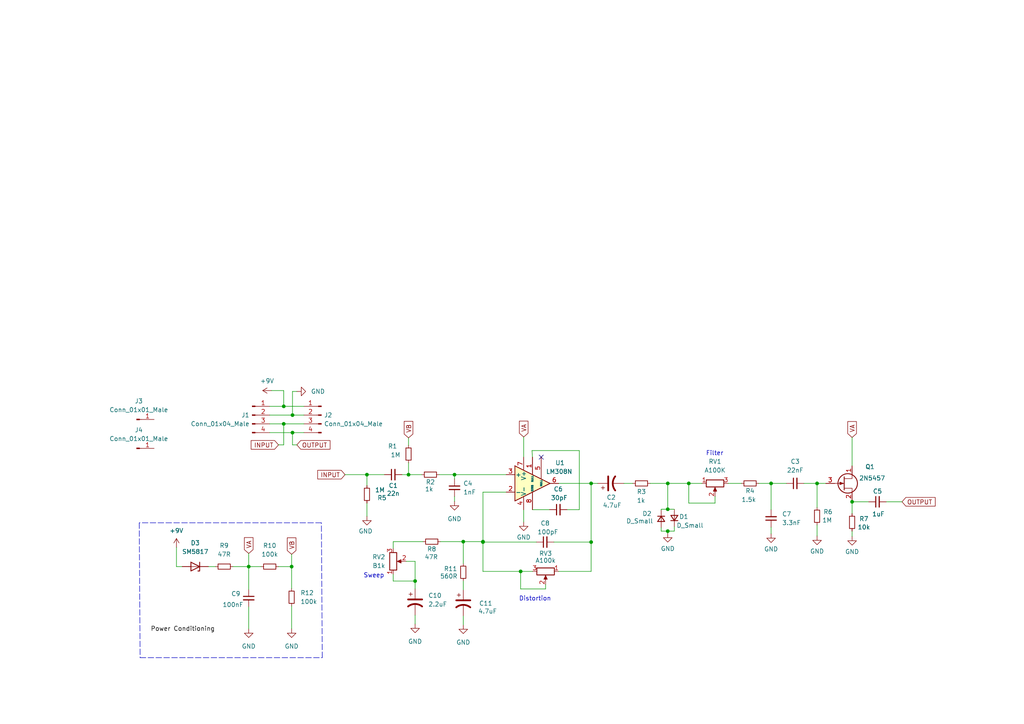
<source format=kicad_sch>
(kicad_sch (version 20211123) (generator eeschema)
  (paper "A4")
  (title_block (title "Ratt") (rev "v0.1") (company "Song Naga"))
  (lib_symbols
    (symbol "Amplifier_Operational:CA3130" (pin_names (offset 0.127))
      (property "Reference" "U" (at 6.35 5.08 0))
      (property "Value" "CA3130" (at 6.35 2.54 0))
      (symbol "CA3130_0_1"
        (polyline (pts (xy -5.08 5.08) (xy 5.08 0) (xy -5.08 -5.08) (xy -5.08 5.08)) (stroke (width 0.254)) (fill (type background)))
      )
      (symbol "CA3130_1_1"
        (pin passive line (at 0 7.62 270) (length 5.08) (name "NULL") (number "1"))
        (pin input line (at -7.62 -2.54 0) (length 2.54) (name "-") (number "2"))
        (pin input line (at -7.62 2.54 0) (length 2.54) (name "+") (number "3"))
        (pin power_in line (at -2.54 -7.62 90) (length 3.81) (name "V-") (number "4"))
        (pin passive line (at 2.54 7.62 270) (length 6.35) (name "NULL") (number "5"))
        (pin output line (at 7.62 0 180) (length 2.54) (name "~") (number "6"))
        (pin power_in line (at -2.54 7.62 270) (length 3.81) (name "V+") (number "7"))
        (pin passive line (at 0 -7.62 90) (length 5.08) (name "STRB") (number "8"))
      )
    )
    (symbol "Connector:Conn_01x01_Male" (pin_names (offset 1.016) hide)
      (property "Reference" "J" (at 0 2.54 0))
      (property "Value" "Conn_01x01_Male" (at 0 -2.54 0))
      (symbol "Conn_01x01_Male_1_1"
        (polyline (pts (xy 1.27 0) (xy 0.8636 0)) (stroke (width 0.1524)))
        (rectangle (start 0.8636 0.127) (end 0 -0.127) (stroke (width 0.1524)) (fill (type outline)))
        (pin passive line (at 5.08 0 180) (length 3.81) (name "Pin_1") (number "1"))
      )
    )
    (symbol "Connector:Conn_01x04_Male" (pin_names (offset 1.016) hide)
      (property "Reference" "J" (at 0 5.08 0))
      (property "Value" "Conn_01x04_Male" (at 0 -7.62 0))
      (symbol "Conn_01x04_Male_1_1"
        (polyline (pts (xy 1.27 -5.08) (xy 0.8636 -5.08)) (stroke (width 0.1524)))
        (polyline (pts (xy 1.27 -2.54) (xy 0.8636 -2.54)) (stroke (width 0.1524)))
        (polyline (pts (xy 1.27 0) (xy 0.8636 0)) (stroke (width 0.1524)))
        (polyline (pts (xy 1.27 2.54) (xy 0.8636 2.54)) (stroke (width 0.1524)))
        (rectangle (start 0.8636 -4.953) (end 0 -5.207) (stroke (width 0.1524)) (fill (type outline)))
        (rectangle (start 0.8636 -2.413) (end 0 -2.667) (stroke (width 0.1524)) (fill (type outline)))
        (rectangle (start 0.8636 0.127) (end 0 -0.127) (stroke (width 0.1524)) (fill (type outline)))
        (rectangle (start 0.8636 2.667) (end 0 2.413) (stroke (width 0.1524)) (fill (type outline)))
        (pin passive line (at 5.08 2.54 180) (length 3.81) (name "Pin_1") (number "1"))
        (pin passive line (at 5.08 0 180) (length 3.81) (name "Pin_2") (number "2"))
        (pin passive line (at 5.08 -2.54 180) (length 3.81) (name "Pin_3") (number "3"))
        (pin passive line (at 5.08 -5.08 180) (length 3.81) (name "Pin_4") (number "4"))
      )
    )
    (symbol "Device:C_Polarized_US" (pin_numbers hide) (pin_names (offset 0.254) hide)
      (property "Reference" "C" (at 0.635 2.54 0))
      (property "Value" "C_Polarized_US" (at 0.635 -2.54 0))
      (symbol "C_Polarized_US_0_1"
        (polyline (pts (xy -2.032 0.762) (xy 2.032 0.762)) (stroke (width 0.508)))
        (polyline (pts (xy -1.778 2.286) (xy -0.762 2.286)))
        (polyline (pts (xy -1.27 1.778) (xy -1.27 2.794)))
        (arc (start 2.032 -1.27) (mid 0 -0.5572) (end -2.032 -1.27) (stroke (width 0.508)))
      )
      (symbol "C_Polarized_US_1_1"
        (pin passive line (at 0 3.81 270) (length 2.794) (name "~") (number "1"))
        (pin passive line (at 0 -3.81 90) (length 3.302) (name "~") (number "2"))
      )
    )
    (symbol "Device:C_Small" (pin_numbers hide) (pin_names (offset 0.254) hide)
      (property "Reference" "C" (at 0.254 1.778 0))
      (property "Value" "C_Small" (at 0.254 -2.032 0))
      (symbol "C_Small_0_1"
        (polyline (pts (xy -1.524 -0.508) (xy 1.524 -0.508)) (stroke (width 0.3302)))
        (polyline (pts (xy -1.524 0.508) (xy 1.524 0.508)) (stroke (width 0.3048)))
      )
      (symbol "C_Small_1_1"
        (pin passive line (at 0 2.54 270) (length 2.032) (name "~") (number "1"))
        (pin passive line (at 0 -2.54 90) (length 2.032) (name "~") (number "2"))
      )
    )
    (symbol "Device:D_Small" (pin_numbers hide) (pin_names (offset 0.254) hide)
      (property "Reference" "D" (at -1.27 2.032 0))
      (property "Value" "D_Small" (at -3.81 -2.032 0))
      (symbol "D_Small_0_1"
        (polyline (pts (xy -0.762 -1.016) (xy -0.762 1.016)) (stroke (width 0.254)))
        (polyline (pts (xy -0.762 0) (xy 0.762 0)))
        (polyline (pts (xy 0.762 -1.016) (xy -0.762 0) (xy 0.762 1.016) (xy 0.762 -1.016)) (stroke (width 0.254)))
      )
      (symbol "D_Small_1_1"
        (pin passive line (at -2.54 0 0) (length 1.778) (name "K") (number "1"))
        (pin passive line (at 2.54 0 180) (length 1.778) (name "A") (number "2"))
      )
    )
    (symbol "Device:D_Zener" (pin_numbers hide) (pin_names (offset 1.016) hide)
      (property "Reference" "D" (at 0 2.54 0))
      (property "Value" "D_Zener" (at 0 -2.54 0))
      (symbol "D_Zener_0_1"
        (polyline (pts (xy 1.27 0) (xy -1.27 0)))
        (polyline (pts (xy -1.27 -1.27) (xy -1.27 1.27) (xy -0.762 1.27)) (stroke (width 0.254)))
        (polyline (pts (xy 1.27 -1.27) (xy 1.27 1.27) (xy -1.27 0) (xy 1.27 -1.27)) (stroke (width 0.254)))
      )
      (symbol "D_Zener_1_1"
        (pin passive line (at -3.81 0 0) (length 2.54) (name "K") (number "1"))
        (pin passive line (at 3.81 0 180) (length 2.54) (name "A") (number "2"))
      )
    )
    (symbol "Device:R_Potentiometer" (pin_names (offset 1.016) hide)
      (property "Reference" "RV" (at -4.445 0 90))
      (property "Value" "R_Potentiometer" (at -2.54 0 90))
      (symbol "R_Potentiometer_0_1"
        (polyline (pts (xy 2.54 0) (xy 1.524 0)))
        (polyline (pts (xy 1.143 0) (xy 2.286 0.508) (xy 2.286 -0.508) (xy 1.143 0)) (fill (type outline)))
        (rectangle (start 1.016 2.54) (end -1.016 -2.54) (stroke (width 0.254)))
      )
      (symbol "R_Potentiometer_1_1"
        (pin passive line (at 0 3.81 270) (length 1.27) (name "1") (number "1"))
        (pin passive line (at 3.81 0 180) (length 1.27) (name "2") (number "2"))
        (pin passive line (at 0 -3.81 90) (length 1.27) (name "3") (number "3"))
      )
    )
    (symbol "Device:R_Small" (pin_numbers hide) (pin_names (offset 0.254) hide)
      (property "Reference" "R" (at 0.762 0.508 0))
      (property "Value" "R_Small" (at 0.762 -1.016 0))
      (symbol "R_Small_0_1"
        (rectangle (start -0.762 1.778) (end 0.762 -1.778) (stroke (width 0.2032)))
      )
      (symbol "R_Small_1_1"
        (pin passive line (at 0 2.54 270) (length 0.762) (name "~") (number "1"))
        (pin passive line (at 0 -2.54 90) (length 0.762) (name "~") (number "2"))
      )
    )
    (symbol "Transistor_FET:MMBFJ112" (pin_names hide)
      (property "Reference" "Q" (at 5.08 1.905 0))
      (property "Value" "MMBFJ112" (at 5.08 0 0))
      (symbol "MMBFJ112_0_1"
        (polyline (pts (xy 0.254 0) (xy -2.54 0)))
        (polyline (pts (xy 0.254 1.905) (xy 0.254 -1.905)) (stroke (width 0.254)))
        (polyline (pts (xy 2.54 -2.54) (xy 2.54 -1.397) (xy 0.254 -1.397)))
        (polyline (pts (xy 2.54 2.54) (xy 2.54 1.397) (xy 0.254 1.397)))
        (polyline (pts (xy 0 0) (xy -1.016 0.381) (xy -1.016 -0.381) (xy 0 0)) (fill (type outline)))
        (circle (center 1.27 0) (radius 2.8194) (stroke (width 0.254)))
      )
      (symbol "MMBFJ112_1_1"
        (pin passive line (at 2.54 5.08 270) (length 2.54) (name "D") (number "1"))
        (pin passive line (at 2.54 -5.08 90) (length 2.54) (name "S") (number "2"))
        (pin input line (at -5.08 0 0) (length 2.54) (name "G") (number "3"))
      )
    )
    (symbol "power:+9V" (power) (pin_names (offset 0))
      (property "Value" "+9V" (at 0 3.556 0))
      (symbol "+9V_0_1"
        (polyline (pts (xy -0.762 1.27) (xy 0 2.54)))
        (polyline (pts (xy 0 0) (xy 0 2.54)))
        (polyline (pts (xy 0 2.54) (xy 0.762 1.27)))
      )
      (symbol "+9V_1_1"
        (pin power_in line (at 0 0 90) (length 0) hide (name "+9V") (number "1"))
      )
    )
    (symbol "power:GND" (power) (pin_names (offset 0))
      (property "Value" "GND" (at 0 -3.81 0))
      (symbol "GND_0_1"
        (polyline (pts (xy 0 0) (xy 0 -1.27) (xy 1.27 -1.27) (xy 0 -2.54) (xy -1.27 -1.27) (xy 0 -1.27)))
      )
      (symbol "GND_1_1"
        (pin power_in line (at 0 0 270) (length 0) hide (name "GND") (number "1"))
      )
    )
  )
  (junction (at 223.647 140.208))
  (junction (at 106.426 137.668))
  (junction (at 151.003 165.735))
  (junction (at 82.296 122.936))
  (junction (at 236.982 140.208))
  (junction (at 199.771 140.208))
  (junction (at 84.836 125.476))
  (junction (at 171.45 140.208))
  (junction (at 140.081 157.226))
  (junction (at 193.675 154.051))
  (junction (at 247.142 145.542))
  (junction (at 84.582 164.338))
  (junction (at 134.366 157.099))
  (junction (at 72.136 164.338))
  (junction (at 171.45 157.226))
  (junction (at 82.296 117.856))
  (junction (at 118.491 137.668))
  (junction (at 140.081 157.099))
  (junction (at 120.396 168.529))
  (junction (at 84.836 120.396))
  (junction (at 131.826 137.668))
  (junction (at 193.675 140.208))
  (junction (at 193.675 147.701))
  (no_connect (at 156.972 132.588))
  (wire (pts (xy 72.136 160.528) (xy 72.136 164.338)))
  (wire (pts (xy 195.58 154.051) (xy 193.675 154.051)))
  (wire (pts (xy 84.582 175.768) (xy 84.582 182.372)))
  (wire (pts (xy 82.296 129.032) (xy 82.296 122.936)))
  (wire (pts (xy 78.232 120.396) (xy 84.836 120.396)))
  (wire (pts (xy 134.366 157.099) (xy 140.081 157.099)))
  (wire (pts (xy 134.366 178.689) (xy 134.366 181.229)))
  (wire (pts (xy 193.675 140.208) (xy 193.675 147.701)))
  (wire (pts (xy 84.836 113.538) (xy 84.836 120.396)))
  (wire (pts (xy 193.675 140.208) (xy 199.771 140.208)))
  (wire (pts (xy 120.396 162.814) (xy 120.396 168.529)))
  (wire (pts (xy 154.432 147.828) (xy 159.385 147.828)))
  (wire (pts (xy 80.772 129.032) (xy 82.296 129.032)))
  (wire (pts (xy 233.172 140.208) (xy 236.982 140.208)))
  (wire (pts (xy 154.305 130.683) (xy 154.432 132.588)))
  (wire (pts (xy 146.812 142.748) (xy 140.081 142.748)))
  (wire (pts (xy 114.046 168.529) (xy 120.396 168.529)))
  (wire (pts (xy 114.046 157.099) (xy 114.046 159.004)))
  (wire (pts (xy 82.296 113.284) (xy 82.296 117.856)))
  (wire (pts (xy 207.391 144.018) (xy 207.391 145.923)))
  (wire (pts (xy 191.77 147.701) (xy 193.675 147.701)))
  (wire (pts (xy 117.856 162.814) (xy 120.396 162.814)))
  (wire (pts (xy 199.771 145.923) (xy 199.771 140.208)))
  (wire (pts (xy 247.142 145.542) (xy 251.968 145.542)))
  (wire (pts (xy 140.081 165.735) (xy 151.003 165.735)))
  (wire (pts (xy 78.74 113.284) (xy 82.296 113.284)))
  (wire (pts (xy 84.836 129.032) (xy 84.836 125.476)))
  (wire (pts (xy 193.675 147.701) (xy 195.58 147.701)))
  (wire (pts (xy 211.201 140.208) (xy 215.011 140.208)))
  (wire (pts (xy 247.142 145.288) (xy 247.142 145.542)))
  (wire (pts (xy 131.826 137.668) (xy 146.812 137.668)))
  (wire (pts (xy 223.647 152.908) (xy 223.647 154.813)))
  (wire (pts (xy 82.296 117.856) (xy 88.138 117.856)))
  (wire (pts (xy 67.564 164.338) (xy 72.136 164.338)))
  (wire (pts (xy 118.491 127) (xy 118.491 129.159)))
  (wire (pts (xy 60.452 164.338) (xy 62.484 164.338)))
  (wire (pts (xy 171.45 140.208) (xy 171.45 157.226)))
  (wire (pts (xy 84.582 160.782) (xy 84.582 164.338)))
  (wire (pts (xy 140.081 157.099) (xy 140.081 157.226)))
  (wire (pts (xy 122.682 157.099) (xy 114.046 157.099)))
  (wire (pts (xy 220.091 140.208) (xy 223.647 140.208)))
  (wire (pts (xy 191.77 153.035) (xy 191.77 154.051)))
  (wire (pts (xy 195.58 152.781) (xy 195.58 154.051)))
  (wire (pts (xy 51.181 158.75) (xy 51.181 164.338)))
  (wire (pts (xy 191.77 147.701) (xy 191.77 147.955)))
  (wire (pts (xy 168.021 147.828) (xy 164.465 147.828)))
  (wire (pts (xy 223.647 140.208) (xy 223.647 147.828)))
  (wire (pts (xy 116.586 137.668) (xy 118.491 137.668)))
  (wire (pts (xy 114.046 166.624) (xy 114.046 168.529)))
  (wire (pts (xy 118.491 134.239) (xy 118.491 137.668)))
  (wire (pts (xy 84.836 120.396) (xy 88.138 120.396)))
  (wire (pts (xy 140.081 142.748) (xy 140.081 157.099)))
  (wire (pts (xy 72.136 176.022) (xy 72.136 182.372)))
  (wire (pts (xy 171.45 157.226) (xy 171.45 165.735)))
  (wire (pts (xy 120.396 178.435) (xy 120.396 180.975)))
  (wire (pts (xy 193.675 154.051) (xy 193.675 154.686)))
  (wire (pts (xy 106.426 149.733) (xy 106.426 145.923)))
  (wire (pts (xy 223.647 140.208) (xy 228.092 140.208)))
  (wire (pts (xy 193.675 154.051) (xy 191.77 154.051)))
  (wire (pts (xy 82.296 122.936) (xy 88.138 122.936)))
  (wire (pts (xy 134.366 168.529) (xy 134.366 171.069)))
  (wire (pts (xy 162.052 165.735) (xy 171.45 165.735)))
  (wire (pts (xy 151.003 170.815) (xy 158.242 170.815)))
  (wire (pts (xy 207.391 145.923) (xy 199.771 145.923)))
  (wire (pts (xy 127.381 137.668) (xy 131.826 137.668)))
  (wire (pts (xy 236.982 140.208) (xy 239.522 140.208)))
  (wire (pts (xy 84.836 125.476) (xy 88.138 125.476)))
  (polyline (pts (xy 40.64 190.754) (xy 93.472 190.754)))
  (wire (pts (xy 100.076 137.668) (xy 106.426 137.668)))
  (wire (pts (xy 257.048 145.542) (xy 261.62 145.542)))
  (wire (pts (xy 236.982 147.193) (xy 236.982 140.208)))
  (wire (pts (xy 86.106 129.032) (xy 84.836 129.032)))
  (wire (pts (xy 151.003 165.735) (xy 154.432 165.735)))
  (wire (pts (xy 168.021 147.828) (xy 168.021 130.683)))
  (wire (pts (xy 78.232 117.856) (xy 82.296 117.856)))
  (wire (pts (xy 106.426 140.843) (xy 106.426 137.668)))
  (wire (pts (xy 140.081 157.226) (xy 140.081 165.735)))
  (wire (pts (xy 247.142 126.873) (xy 247.142 135.128)))
  (wire (pts (xy 151.892 147.828) (xy 151.892 151.384)))
  (wire (pts (xy 151.003 165.735) (xy 151.003 170.815)))
  (wire (pts (xy 80.772 164.338) (xy 84.582 164.338)))
  (wire (pts (xy 199.771 140.208) (xy 203.581 140.208)))
  (wire (pts (xy 86.106 113.538) (xy 84.836 113.538)))
  (wire (pts (xy 106.426 137.668) (xy 111.506 137.668)))
  (wire (pts (xy 131.826 144.018) (xy 131.826 145.415)))
  (wire (pts (xy 120.396 170.815) (xy 120.396 168.529)))
  (wire (pts (xy 78.232 125.476) (xy 84.836 125.476)))
  (wire (pts (xy 236.982 152.273) (xy 236.982 155.448)))
  (wire (pts (xy 72.136 164.338) (xy 72.136 170.942)))
  (wire (pts (xy 51.181 164.338) (xy 52.832 164.338)))
  (wire (pts (xy 84.582 164.338) (xy 84.582 170.688)))
  (wire (pts (xy 171.45 140.208) (xy 173.355 140.208)))
  (polyline (pts (xy 93.472 190.754) (xy 93.218 151.638)))
  (wire (pts (xy 162.052 140.208) (xy 171.45 140.208)))
  (wire (pts (xy 151.892 126.746) (xy 151.892 132.588)))
  (wire (pts (xy 118.491 137.668) (xy 122.301 137.668)))
  (wire (pts (xy 72.136 164.338) (xy 75.692 164.338)))
  (wire (pts (xy 134.366 157.099) (xy 134.366 163.449)))
  (polyline (pts (xy 40.386 151.638) (xy 40.64 190.754)))
  (polyline (pts (xy 93.218 151.638) (xy 40.386 151.638)))
  (wire (pts (xy 180.975 140.208) (xy 183.515 140.208)))
  (wire (pts (xy 78.232 122.936) (xy 82.296 122.936)))
  (wire (pts (xy 247.142 145.542) (xy 247.142 148.971)))
  (wire (pts (xy 131.826 137.668) (xy 131.826 138.938)))
  (wire (pts (xy 155.575 157.226) (xy 140.081 157.226)))
  (wire (pts (xy 127.762 157.099) (xy 134.366 157.099)))
  (wire (pts (xy 188.595 140.208) (xy 193.675 140.208)))
  (wire (pts (xy 247.142 154.051) (xy 247.142 155.575)))
  (wire (pts (xy 160.655 157.226) (xy 171.45 157.226)))
  (wire (pts (xy 168.021 130.683) (xy 154.305 130.683)))
  (wire (pts (xy 158.242 170.815) (xy 158.242 169.545)))
  (text "Distortion" (at 150.495 174.498 0) (effects (font (size 1.27 1.27)) (justify left bottom)))
  (text "Sweep" (at 105.41 167.767 0) (effects (font (size 1.27 1.27)) (justify left bottom)))
  (text "Filter" (at 204.724 132.334 0) (effects (font (size 1.27 1.27)) (justify left bottom)))
  (label "Power Conditioning" (at 43.688 183.388 0))
  (global_label "OUTPUT" (shape input) (at 261.62 145.542 0) (property "Intersheet References" "${INTERSHEET_REFS}" (effects hide)))
  (global_label "VA" (shape input) (at 72.136 160.528 90) (property "Intersheet References" "${INTERSHEET_REFS}" (effects hide)))
  (global_label "INPUT" (shape input) (at 80.772 129.032 180) (property "Intersheet References" "${INTERSHEET_REFS}" (effects hide)))
  (global_label "VA" (shape input) (at 151.892 126.746 90) (property "Intersheet References" "${INTERSHEET_REFS}" (effects hide)))
  (global_label "VB" (shape input) (at 84.582 160.782 90) (property "Intersheet References" "${INTERSHEET_REFS}" (effects hide)))
  (global_label "VA" (shape input) (at 247.142 126.873 90) (property "Intersheet References" "${INTERSHEET_REFS}" (effects hide)))
  (global_label "OUTPUT" (shape input) (at 86.106 129.032 0) (property "Intersheet References" "${INTERSHEET_REFS}" (effects hide)))
  (global_label "INPUT" (shape input) (at 100.076 137.668 180) (property "Intersheet References" "${INTERSHEET_REFS}" (effects hide)))
  (global_label "VB" (shape input) (at 118.491 127 90) (property "Intersheet References" "${INTERSHEET_REFS}" (effects hide)))
  (symbol (lib_id "Device:R_Small") (at 78.232 164.338 90) (unit 1)
    (property "Reference" "R10" (at 78.232 158.242 90))
    (property "Value" "100k" (at 78.232 160.782 90))
    (property "Footprint" "Resistor_SMD:R_0805_2012Metric" (effects hide))
  )
  (symbol (lib_id "Device:R_Small") (at 134.366 165.989 180) (unit 1)
    (property "Reference" "R11" (at 130.683 164.973 0))
    (property "Value" "560R" (at 130.175 167.132 0))
    (property "Footprint" "Resistor_SMD:R_0805_2012Metric" (effects hide))
  )
  (symbol (lib_id "power:GND") (at 193.675 154.686 0) (unit 1)
    (property "Reference" "#PWR06" (effects hide))
    (property "Value" "GND" (at 193.675 159.131 0))
  )
  (symbol (lib_id "Device:R_Small") (at 118.491 131.699 0) (unit 1)
    (property "Reference" "R1" (at 112.522 129.4129 0) (effects (justify left)))
    (property "Value" "1M" (at 113.284 131.9529 0) (effects (justify left)))
    (property "Footprint" "Resistor_SMD:R_0805_2012Metric" (effects hide))
  )
  (symbol (lib_id "Connector:Conn_01x04_Male") (at 73.152 120.396 0) (unit 1)
    (property "Reference" "J1" (at 72.39 120.3959 0) (effects (justify right)))
    (property "Value" "Conn_01x04_Male" (at 72.39 122.9359 0) (effects (justify right)))
    (property "Footprint" "Connector_PinHeader_2.54mm:PinHeader_1x04_P2.54mm_Vertical" (effects hide))
  )
  (symbol (lib_id "Amplifier_Operational:CA3130") (at 154.432 140.208 0) (unit 1)
    (property "Reference" "U1" (at 162.433 134.239 0))
    (property "Value" "LM308N" (at 162.179 136.779 0))
    (property "Footprint" "Package_SO:SOIC-8_3.9x4.9mm_P1.27mm" (effects hide))
    (property "Datasheet" "http://www.intersil.com/content/dam/intersil/documents/ca31/ca3130-a.pdf" (effects hide))
  )
  (symbol (lib_id "Device:D_Small") (at 195.58 150.241 90) (unit 1)
    (property "Reference" "D1" (at 196.977 149.8599 90) (effects (justify right)))
    (property "Value" "D_Small" (at 196.215 152.3999 90) (effects (justify right)))
    (property "Footprint" "Diode_SMD:D_MiniMELF" (effects hide))
  )
  (symbol (lib_id "Device:C_Small") (at 131.826 141.478 0) (unit 1)
    (property "Reference" "C4" (at 134.366 140.2142 0) (effects (justify left)))
    (property "Value" "1nF" (at 134.366 142.7542 0) (effects (justify left)))
    (property "Footprint" "Capacitor_SMD:C_0805_2012Metric" (effects hide))
  )
  (symbol (lib_id "power:GND") (at 236.982 155.448 0) (unit 1)
    (property "Reference" "#PWR08" (effects hide))
    (property "Value" "GND" (at 236.982 159.893 0))
  )
  (symbol (lib_id "power:GND") (at 247.142 155.575 0) (unit 1)
    (property "Reference" "#PWR09" (effects hide))
    (property "Value" "GND" (at 247.142 160.02 0))
  )
  (symbol (lib_id "Device:C_Small") (at 254.508 145.542 90) (unit 1)
    (property "Reference" "C5" (at 254.5143 142.494 90))
    (property "Value" "1uF" (at 254.7683 149.098 90))
    (property "Footprint" "Capacitor_SMD:C_0805_2012Metric" (effects hide))
  )
  (symbol (lib_id "Device:R_Potentiometer") (at 158.242 165.735 270) (unit 1)
    (property "Reference" "RV3" (at 158.242 160.528 90))
    (property "Value" "A100k" (at 158.242 162.56 90))
    (property "Footprint" "Potentiometer_THT:Potentiometer_Alpha_RD901F-40-00D_Single_Vertical" (effects hide))
  )
  (symbol (lib_id "power:GND") (at 151.892 151.384 0) (unit 1)
    (property "Reference" "#PWR05" (effects hide))
    (property "Value" "GND" (at 151.892 155.829 0))
  )
  (symbol (lib_id "Device:C_Polarized_US") (at 120.396 174.625 0) (unit 1)
    (property "Reference" "C10" (at 124.206 172.7199 0) (effects (justify left)))
    (property "Value" "2.2uF" (at 124.206 175.2599 0) (effects (justify left)))
    (property "Footprint" "Capacitor_SMD:C_0805_2012Metric" (effects hide))
  )
  (symbol (lib_id "Device:R_Small") (at 247.142 151.511 180) (unit 1)
    (property "Reference" "R7" (at 250.571 150.495 0))
    (property "Value" "10k" (at 250.571 152.908 0))
    (property "Footprint" "Resistor_SMD:R_0805_2012Metric" (effects hide))
  )
  (symbol (lib_id "Device:C_Small") (at 72.136 173.482 0) (unit 1)
    (property "Reference" "C9" (at 67.056 172.2182 0) (effects (justify left)))
    (property "Value" "100nF" (at 64.516 175.3932 0) (effects (justify left)))
    (property "Footprint" "Capacitor_SMD:C_0805_2012Metric" (effects hide))
  )
  (symbol (lib_id "Device:D_Small") (at 191.77 150.495 270) (unit 1)
    (property "Reference" "D2" (at 186.309 148.9709 90) (effects (justify left)))
    (property "Value" "D_Small" (at 181.61 151.1299 90) (effects (justify left)))
    (property "Footprint" "Diode_SMD:D_MiniMELF" (effects hide))
  )
  (symbol (lib_id "Device:C_Small") (at 161.925 147.828 90) (unit 1)
    (property "Reference" "C6" (at 161.9313 141.859 90))
    (property "Value" "30pF" (at 162.1853 144.399 90))
    (property "Footprint" "Capacitor_SMD:C_0805_2012Metric" (effects hide))
  )
  (symbol (lib_id "power:+9V") (at 51.181 158.75 0) (unit 1)
    (property "Reference" "#PWR010" (effects hide))
    (property "Value" "+9V" (at 51.181 153.924 0))
  )
  (symbol (lib_id "power:GND") (at 223.647 154.813 0) (unit 1)
    (property "Reference" "#PWR07" (effects hide))
    (property "Value" "GND" (at 223.647 159.258 0))
  )
  (symbol (lib_id "power:GND") (at 106.426 149.733 0) (unit 1)
    (property "Reference" "#PWR04" (effects hide))
    (property "Value" "GND" (at 108.077 154.0511 0) (effects (justify right)))
  )
  (symbol (lib_id "Device:R_Small") (at 125.222 157.099 90) (unit 1)
    (property "Reference" "R8" (at 125.222 159.258 90))
    (property "Value" "47R" (at 125.095 161.544 90))
    (property "Footprint" "Resistor_SMD:R_0805_2012Metric" (effects hide))
  )
  (symbol (lib_id "power:GND") (at 134.366 181.229 0) (unit 1)
    (property "Reference" "#PWR012" (effects hide))
    (property "Value" "GND" (at 134.366 186.309 0))
  )
  (symbol (lib_id "Device:C_Small") (at 223.647 150.368 180) (unit 1)
    (property "Reference" "C7" (at 226.822 149.0915 0) (effects (justify right)))
    (property "Value" "3.3nF" (at 226.822 151.6315 0) (effects (justify right)))
    (property "Footprint" "Capacitor_SMD:C_0805_2012Metric" (effects hide))
  )
  (symbol (lib_id "power:GND") (at 72.136 182.372 0) (unit 1)
    (property "Reference" "#PWR013" (effects hide))
    (property "Value" "GND" (at 72.136 187.452 0))
  )
  (symbol (lib_id "Device:R_Small") (at 106.426 143.383 180) (unit 1)
    (property "Reference" "R5" (at 112.141 144.3991 0) (effects (justify left)))
    (property "Value" "1M" (at 111.633 142.1131 0) (effects (justify left)))
    (property "Footprint" "Resistor_SMD:R_0805_2012Metric" (effects hide))
  )
  (symbol (lib_id "Device:C_Polarized_US") (at 177.165 140.208 90) (unit 1)
    (property "Reference" "C2" (at 177.292 144.272 90))
    (property "Value" "4.7uF" (at 177.546 146.558 90))
    (property "Footprint" "Capacitor_SMD:C_0805_2012Metric" (effects hide))
  )
  (symbol (lib_id "power:GND") (at 84.582 182.372 0) (unit 1)
    (property "Reference" "#PWR014" (effects hide))
    (property "Value" "GND" (at 84.582 187.452 0))
  )
  (symbol (lib_id "Device:C_Small") (at 114.046 137.668 90) (unit 1)
    (property "Reference" "C1" (at 114.0523 140.843 90))
    (property "Value" "22n" (at 114.0523 143.129 90))
    (property "Footprint" "Capacitor_SMD:C_0805_2012Metric" (effects hide))
  )
  (symbol (lib_id "power:GND") (at 120.396 180.975 0) (unit 1)
    (property "Reference" "#PWR011" (effects hide))
    (property "Value" "GND" (at 120.396 186.055 0))
  )
  (symbol (lib_id "Device:R_Potentiometer") (at 207.391 140.208 90) (mirror x) (unit 1)
    (property "Reference" "RV1" (at 207.391 133.858 90))
    (property "Value" "A100K" (at 207.391 136.398 90))
    (property "Footprint" "Potentiometer_THT:Potentiometer_Alpha_RD901F-40-00D_Single_Vertical" (effects hide))
  )
  (symbol (lib_id "Device:R_Small") (at 186.055 140.208 90) (unit 1)
    (property "Reference" "R3" (at 186.055 142.621 90))
    (property "Value" "1k" (at 185.928 145.161 90))
    (property "Footprint" "Resistor_SMD:R_0805_2012Metric" (effects hide))
  )
  (symbol (lib_id "Device:C_Small") (at 230.632 140.208 90) (unit 1)
    (property "Reference" "C3" (at 230.6383 133.858 90))
    (property "Value" "22nF" (at 230.6383 136.398 90))
    (property "Footprint" "Capacitor_SMD:C_0805_2012Metric" (effects hide))
  )
  (symbol (lib_id "Device:R_Small") (at 124.841 137.668 90) (unit 1)
    (property "Reference" "R2" (at 124.841 139.827 90))
    (property "Value" "1k" (at 124.46 141.859 90))
    (property "Footprint" "Resistor_SMD:R_0805_2012Metric" (effects hide))
  )
  (symbol (lib_id "power:+9V") (at 78.74 113.284 90) (unit 1)
    (property "Reference" "#PWR01" (effects hide))
    (property "Value" "+9V" (at 77.47 110.49 90))
  )
  (symbol (lib_id "Connector:Conn_01x01_Male") (at 39.624 130.048 0) (unit 1)
    (property "Reference" "J4" (at 40.259 124.714 0))
    (property "Value" "Conn_01x01_Male" (at 40.259 127.254 0))
    (property "Footprint" "Connector_PinSocket_2.54mm:PinSocket_1x01_P2.54mm_Vertical" (effects hide))
  )
  (symbol (lib_id "power:GND") (at 131.826 145.415 0) (unit 1)
    (property "Reference" "#PWR03" (effects hide))
    (property "Value" "GND" (at 131.826 150.495 0))
  )
  (symbol (lib_id "Device:R_Small") (at 236.982 149.733 180) (unit 1)
    (property "Reference" "R6" (at 240.157 148.463 0))
    (property "Value" "1M" (at 239.903 150.876 0))
    (property "Footprint" "Resistor_SMD:R_0805_2012Metric" (effects hide))
  )
  (symbol (lib_id "Device:R_Small") (at 65.024 164.338 90) (unit 1)
    (property "Reference" "R9" (at 65.024 158.242 90))
    (property "Value" "47R" (at 65.024 160.782 90))
    (property "Footprint" "Resistor_SMD:R_0805_2012Metric" (effects hide))
  )
  (symbol (lib_id "Device:R_Potentiometer") (at 114.046 162.814 0) (mirror x) (unit 1)
    (property "Reference" "RV2" (at 111.76 161.5439 0) (effects (justify right)))
    (property "Value" "B1k" (at 111.76 164.0839 0) (effects (justify right)))
    (property "Footprint" "Potentiometer_THT:Potentiometer_Alpha_RD901F-40-00D_Single_Vertical" (effects hide))
  )
  (symbol (lib_id "Device:R_Small") (at 84.582 173.228 180) (unit 1)
    (property "Reference" "R12" (at 87.122 171.9579 0) (effects (justify right)))
    (property "Value" "100k" (at 87.122 174.4979 0) (effects (justify right)))
    (property "Footprint" "Resistor_SMD:R_0805_2012Metric" (effects hide))
  )
  (symbol (lib_id "Device:C_Small") (at 158.115 157.226 90) (unit 1)
    (property "Reference" "C8" (at 158.1213 151.765 90))
    (property "Value" "100pF" (at 158.8833 154.305 90))
    (property "Footprint" "Capacitor_SMD:C_0805_2012Metric" (effects hide))
  )
  (symbol (lib_id "Connector:Conn_01x04_Male") (at 93.218 120.396 0) (mirror y) (unit 1)
    (property "Reference" "J2" (at 93.98 120.3959 0) (effects (justify right)))
    (property "Value" "Conn_01x04_Male" (at 93.98 122.9359 0) (effects (justify right)))
    (property "Footprint" "Connector_PinHeader_2.54mm:PinHeader_1x04_P2.54mm_Vertical" (effects hide))
  )
  (symbol (lib_id "power:GND") (at 86.106 113.538 90) (unit 1)
    (property "Reference" "#PWR02" (effects hide))
    (property "Value" "GND" (at 90.17 113.5379 90) (effects (justify right)))
  )
  (symbol (lib_id "Device:R_Small") (at 217.551 140.208 90) (unit 1)
    (property "Reference" "R4" (at 217.551 142.367 90))
    (property "Value" "1.5k" (at 217.17 144.907 90))
    (property "Footprint" "Resistor_SMD:R_0805_2012Metric" (effects hide))
  )
  (symbol (lib_id "Device:D_Zener") (at 56.642 164.338 180) (unit 1)
    (property "Reference" "D3" (at 56.642 157.48 0))
    (property "Value" "SM5817" (at 56.642 160.02 0))
    (property "Footprint" "Diode_SMD:D_SOD-123F" (effects hide))
  )
  (symbol (lib_id "Transistor_FET:MMBFJ112") (at 244.602 140.208 0) (unit 1)
    (property "Reference" "Q1" (at 250.952 135.3819 0) (effects (justify left)))
    (property "Value" "2N5457" (at 249.174 138.6839 0) (effects (justify left)))
    (property "Footprint" "Package_TO_SOT_SMD:SOT-23" (effects hide))
    (property "Datasheet" "https://www.onsemi.com/pub/Collateral/MMBFJ113-D.PDF" (effects hide))
  )
  (symbol (lib_id "Connector:Conn_01x01_Male") (at 39.624 121.666 0) (unit 1)
    (property "Reference" "J3" (at 40.259 116.332 0))
    (property "Value" "Conn_01x01_Male" (at 40.259 118.872 0))
    (property "Footprint" "Connector_PinSocket_2.54mm:PinSocket_1x01_P2.54mm_Vertical" (effects hide))
  )
  (symbol (lib_id "Device:C_Polarized_US") (at 134.366 174.879 0) (unit 1)
    (property "Reference" "C11" (at 138.938 175.0059 0) (effects (justify left)))
    (property "Value" "4.7uF" (at 138.684 177.2919 0) (effects (justify left)))
    (property "Footprint" "Capacitor_SMD:C_0805_2012Metric" (effects hide))
  )
)
</source>
